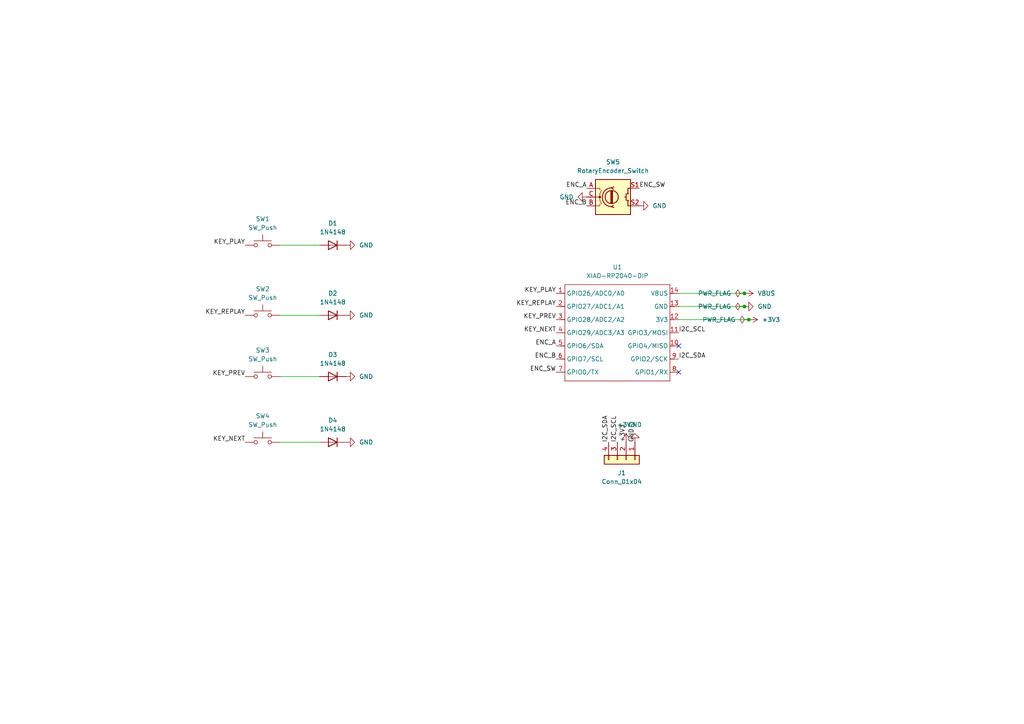
<source format=kicad_sch>
(kicad_sch
	(version 20250114)
	(generator "eeschema")
	(generator_version "9.0")
	(uuid "bd12180d-5fc7-47cb-a29d-7f022064cd66")
	(paper "A4")
	(lib_symbols
		(symbol "Connector_Generic:Conn_01x04"
			(pin_names
				(offset 1.016)
				(hide yes)
			)
			(exclude_from_sim no)
			(in_bom yes)
			(on_board yes)
			(property "Reference" "J"
				(at 0 5.08 0)
				(effects
					(font
						(size 1.27 1.27)
					)
				)
			)
			(property "Value" "Conn_01x04"
				(at 0 -7.62 0)
				(effects
					(font
						(size 1.27 1.27)
					)
				)
			)
			(property "Footprint" ""
				(at 0 0 0)
				(effects
					(font
						(size 1.27 1.27)
					)
					(hide yes)
				)
			)
			(property "Datasheet" "~"
				(at 0 0 0)
				(effects
					(font
						(size 1.27 1.27)
					)
					(hide yes)
				)
			)
			(property "Description" "Generic connector, single row, 01x04, script generated (kicad-library-utils/schlib/autogen/connector/)"
				(at 0 0 0)
				(effects
					(font
						(size 1.27 1.27)
					)
					(hide yes)
				)
			)
			(property "ki_keywords" "connector"
				(at 0 0 0)
				(effects
					(font
						(size 1.27 1.27)
					)
					(hide yes)
				)
			)
			(property "ki_fp_filters" "Connector*:*_1x??_*"
				(at 0 0 0)
				(effects
					(font
						(size 1.27 1.27)
					)
					(hide yes)
				)
			)
			(symbol "Conn_01x04_1_1"
				(rectangle
					(start -1.27 3.81)
					(end 1.27 -6.35)
					(stroke
						(width 0.254)
						(type default)
					)
					(fill
						(type background)
					)
				)
				(rectangle
					(start -1.27 2.667)
					(end 0 2.413)
					(stroke
						(width 0.1524)
						(type default)
					)
					(fill
						(type none)
					)
				)
				(rectangle
					(start -1.27 0.127)
					(end 0 -0.127)
					(stroke
						(width 0.1524)
						(type default)
					)
					(fill
						(type none)
					)
				)
				(rectangle
					(start -1.27 -2.413)
					(end 0 -2.667)
					(stroke
						(width 0.1524)
						(type default)
					)
					(fill
						(type none)
					)
				)
				(rectangle
					(start -1.27 -4.953)
					(end 0 -5.207)
					(stroke
						(width 0.1524)
						(type default)
					)
					(fill
						(type none)
					)
				)
				(pin passive line
					(at -5.08 2.54 0)
					(length 3.81)
					(name "Pin_1"
						(effects
							(font
								(size 1.27 1.27)
							)
						)
					)
					(number "1"
						(effects
							(font
								(size 1.27 1.27)
							)
						)
					)
				)
				(pin passive line
					(at -5.08 0 0)
					(length 3.81)
					(name "Pin_2"
						(effects
							(font
								(size 1.27 1.27)
							)
						)
					)
					(number "2"
						(effects
							(font
								(size 1.27 1.27)
							)
						)
					)
				)
				(pin passive line
					(at -5.08 -2.54 0)
					(length 3.81)
					(name "Pin_3"
						(effects
							(font
								(size 1.27 1.27)
							)
						)
					)
					(number "3"
						(effects
							(font
								(size 1.27 1.27)
							)
						)
					)
				)
				(pin passive line
					(at -5.08 -5.08 0)
					(length 3.81)
					(name "Pin_4"
						(effects
							(font
								(size 1.27 1.27)
							)
						)
					)
					(number "4"
						(effects
							(font
								(size 1.27 1.27)
							)
						)
					)
				)
			)
			(embedded_fonts no)
		)
		(symbol "Device:RotaryEncoder_Switch"
			(pin_names
				(offset 0.254)
				(hide yes)
			)
			(exclude_from_sim no)
			(in_bom yes)
			(on_board yes)
			(property "Reference" "SW"
				(at 0 6.604 0)
				(effects
					(font
						(size 1.27 1.27)
					)
				)
			)
			(property "Value" "RotaryEncoder_Switch"
				(at 0 -6.604 0)
				(effects
					(font
						(size 1.27 1.27)
					)
				)
			)
			(property "Footprint" ""
				(at -3.81 4.064 0)
				(effects
					(font
						(size 1.27 1.27)
					)
					(hide yes)
				)
			)
			(property "Datasheet" "~"
				(at 0 6.604 0)
				(effects
					(font
						(size 1.27 1.27)
					)
					(hide yes)
				)
			)
			(property "Description" "Rotary encoder, dual channel, incremental quadrate outputs, with switch"
				(at 0 0 0)
				(effects
					(font
						(size 1.27 1.27)
					)
					(hide yes)
				)
			)
			(property "ki_keywords" "rotary switch encoder switch push button"
				(at 0 0 0)
				(effects
					(font
						(size 1.27 1.27)
					)
					(hide yes)
				)
			)
			(property "ki_fp_filters" "RotaryEncoder*Switch*"
				(at 0 0 0)
				(effects
					(font
						(size 1.27 1.27)
					)
					(hide yes)
				)
			)
			(symbol "RotaryEncoder_Switch_0_1"
				(rectangle
					(start -5.08 5.08)
					(end 5.08 -5.08)
					(stroke
						(width 0.254)
						(type default)
					)
					(fill
						(type background)
					)
				)
				(polyline
					(pts
						(xy -5.08 2.54) (xy -3.81 2.54) (xy -3.81 2.032)
					)
					(stroke
						(width 0)
						(type default)
					)
					(fill
						(type none)
					)
				)
				(polyline
					(pts
						(xy -5.08 0) (xy -3.81 0) (xy -3.81 -1.016) (xy -3.302 -2.032)
					)
					(stroke
						(width 0)
						(type default)
					)
					(fill
						(type none)
					)
				)
				(polyline
					(pts
						(xy -5.08 -2.54) (xy -3.81 -2.54) (xy -3.81 -2.032)
					)
					(stroke
						(width 0)
						(type default)
					)
					(fill
						(type none)
					)
				)
				(polyline
					(pts
						(xy -4.318 0) (xy -3.81 0) (xy -3.81 1.016) (xy -3.302 2.032)
					)
					(stroke
						(width 0)
						(type default)
					)
					(fill
						(type none)
					)
				)
				(circle
					(center -3.81 0)
					(radius 0.254)
					(stroke
						(width 0)
						(type default)
					)
					(fill
						(type outline)
					)
				)
				(polyline
					(pts
						(xy -0.635 -1.778) (xy -0.635 1.778)
					)
					(stroke
						(width 0.254)
						(type default)
					)
					(fill
						(type none)
					)
				)
				(circle
					(center -0.381 0)
					(radius 1.905)
					(stroke
						(width 0.254)
						(type default)
					)
					(fill
						(type none)
					)
				)
				(polyline
					(pts
						(xy -0.381 -1.778) (xy -0.381 1.778)
					)
					(stroke
						(width 0.254)
						(type default)
					)
					(fill
						(type none)
					)
				)
				(arc
					(start -0.381 -2.794)
					(mid -3.0988 -0.0635)
					(end -0.381 2.667)
					(stroke
						(width 0.254)
						(type default)
					)
					(fill
						(type none)
					)
				)
				(polyline
					(pts
						(xy -0.127 1.778) (xy -0.127 -1.778)
					)
					(stroke
						(width 0.254)
						(type default)
					)
					(fill
						(type none)
					)
				)
				(polyline
					(pts
						(xy 0.254 2.921) (xy -0.508 2.667) (xy 0.127 2.286)
					)
					(stroke
						(width 0.254)
						(type default)
					)
					(fill
						(type none)
					)
				)
				(polyline
					(pts
						(xy 0.254 -3.048) (xy -0.508 -2.794) (xy 0.127 -2.413)
					)
					(stroke
						(width 0.254)
						(type default)
					)
					(fill
						(type none)
					)
				)
				(polyline
					(pts
						(xy 3.81 1.016) (xy 3.81 -1.016)
					)
					(stroke
						(width 0.254)
						(type default)
					)
					(fill
						(type none)
					)
				)
				(polyline
					(pts
						(xy 3.81 0) (xy 3.429 0)
					)
					(stroke
						(width 0.254)
						(type default)
					)
					(fill
						(type none)
					)
				)
				(circle
					(center 4.318 1.016)
					(radius 0.127)
					(stroke
						(width 0.254)
						(type default)
					)
					(fill
						(type none)
					)
				)
				(circle
					(center 4.318 -1.016)
					(radius 0.127)
					(stroke
						(width 0.254)
						(type default)
					)
					(fill
						(type none)
					)
				)
				(polyline
					(pts
						(xy 5.08 2.54) (xy 4.318 2.54) (xy 4.318 1.016)
					)
					(stroke
						(width 0.254)
						(type default)
					)
					(fill
						(type none)
					)
				)
				(polyline
					(pts
						(xy 5.08 -2.54) (xy 4.318 -2.54) (xy 4.318 -1.016)
					)
					(stroke
						(width 0.254)
						(type default)
					)
					(fill
						(type none)
					)
				)
			)
			(symbol "RotaryEncoder_Switch_1_1"
				(pin passive line
					(at -7.62 2.54 0)
					(length 2.54)
					(name "A"
						(effects
							(font
								(size 1.27 1.27)
							)
						)
					)
					(number "A"
						(effects
							(font
								(size 1.27 1.27)
							)
						)
					)
				)
				(pin passive line
					(at -7.62 0 0)
					(length 2.54)
					(name "C"
						(effects
							(font
								(size 1.27 1.27)
							)
						)
					)
					(number "C"
						(effects
							(font
								(size 1.27 1.27)
							)
						)
					)
				)
				(pin passive line
					(at -7.62 -2.54 0)
					(length 2.54)
					(name "B"
						(effects
							(font
								(size 1.27 1.27)
							)
						)
					)
					(number "B"
						(effects
							(font
								(size 1.27 1.27)
							)
						)
					)
				)
				(pin passive line
					(at 7.62 2.54 180)
					(length 2.54)
					(name "S1"
						(effects
							(font
								(size 1.27 1.27)
							)
						)
					)
					(number "S1"
						(effects
							(font
								(size 1.27 1.27)
							)
						)
					)
				)
				(pin passive line
					(at 7.62 -2.54 180)
					(length 2.54)
					(name "S2"
						(effects
							(font
								(size 1.27 1.27)
							)
						)
					)
					(number "S2"
						(effects
							(font
								(size 1.27 1.27)
							)
						)
					)
				)
			)
			(embedded_fonts no)
		)
		(symbol "Diode:1N4148"
			(pin_numbers
				(hide yes)
			)
			(pin_names
				(hide yes)
			)
			(exclude_from_sim no)
			(in_bom yes)
			(on_board yes)
			(property "Reference" "D"
				(at 0 2.54 0)
				(effects
					(font
						(size 1.27 1.27)
					)
				)
			)
			(property "Value" "1N4148"
				(at 0 -2.54 0)
				(effects
					(font
						(size 1.27 1.27)
					)
				)
			)
			(property "Footprint" "Diode_THT:D_DO-35_SOD27_P7.62mm_Horizontal"
				(at 0 0 0)
				(effects
					(font
						(size 1.27 1.27)
					)
					(hide yes)
				)
			)
			(property "Datasheet" "https://assets.nexperia.com/documents/data-sheet/1N4148_1N4448.pdf"
				(at 0 0 0)
				(effects
					(font
						(size 1.27 1.27)
					)
					(hide yes)
				)
			)
			(property "Description" "100V 0.15A standard switching diode, DO-35"
				(at 0 0 0)
				(effects
					(font
						(size 1.27 1.27)
					)
					(hide yes)
				)
			)
			(property "Sim.Device" "D"
				(at 0 0 0)
				(effects
					(font
						(size 1.27 1.27)
					)
					(hide yes)
				)
			)
			(property "Sim.Pins" "1=K 2=A"
				(at 0 0 0)
				(effects
					(font
						(size 1.27 1.27)
					)
					(hide yes)
				)
			)
			(property "ki_keywords" "diode"
				(at 0 0 0)
				(effects
					(font
						(size 1.27 1.27)
					)
					(hide yes)
				)
			)
			(property "ki_fp_filters" "D*DO?35*"
				(at 0 0 0)
				(effects
					(font
						(size 1.27 1.27)
					)
					(hide yes)
				)
			)
			(symbol "1N4148_0_1"
				(polyline
					(pts
						(xy -1.27 1.27) (xy -1.27 -1.27)
					)
					(stroke
						(width 0.254)
						(type default)
					)
					(fill
						(type none)
					)
				)
				(polyline
					(pts
						(xy 1.27 1.27) (xy 1.27 -1.27) (xy -1.27 0) (xy 1.27 1.27)
					)
					(stroke
						(width 0.254)
						(type default)
					)
					(fill
						(type none)
					)
				)
				(polyline
					(pts
						(xy 1.27 0) (xy -1.27 0)
					)
					(stroke
						(width 0)
						(type default)
					)
					(fill
						(type none)
					)
				)
			)
			(symbol "1N4148_1_1"
				(pin passive line
					(at -3.81 0 0)
					(length 2.54)
					(name "K"
						(effects
							(font
								(size 1.27 1.27)
							)
						)
					)
					(number "1"
						(effects
							(font
								(size 1.27 1.27)
							)
						)
					)
				)
				(pin passive line
					(at 3.81 0 180)
					(length 2.54)
					(name "A"
						(effects
							(font
								(size 1.27 1.27)
							)
						)
					)
					(number "2"
						(effects
							(font
								(size 1.27 1.27)
							)
						)
					)
				)
			)
			(embedded_fonts no)
		)
		(symbol "Seeed_Studio_XIAO_Series:XIAO-RP2040-DIP"
			(exclude_from_sim no)
			(in_bom yes)
			(on_board yes)
			(property "Reference" "U"
				(at 0 0 0)
				(effects
					(font
						(size 1.27 1.27)
					)
				)
			)
			(property "Value" "XIAO-RP2040-DIP"
				(at 5.334 -1.778 0)
				(effects
					(font
						(size 1.27 1.27)
					)
				)
			)
			(property "Footprint" "Module:MOUDLE14P-XIAO-DIP-SMD"
				(at 14.478 -32.258 0)
				(effects
					(font
						(size 1.27 1.27)
					)
					(hide yes)
				)
			)
			(property "Datasheet" ""
				(at 0 0 0)
				(effects
					(font
						(size 1.27 1.27)
					)
					(hide yes)
				)
			)
			(property "Description" ""
				(at 0 0 0)
				(effects
					(font
						(size 1.27 1.27)
					)
					(hide yes)
				)
			)
			(symbol "XIAO-RP2040-DIP_1_0"
				(polyline
					(pts
						(xy -1.27 -2.54) (xy 29.21 -2.54)
					)
					(stroke
						(width 0.1524)
						(type solid)
					)
					(fill
						(type none)
					)
				)
				(polyline
					(pts
						(xy -1.27 -5.08) (xy -2.54 -5.08)
					)
					(stroke
						(width 0.1524)
						(type solid)
					)
					(fill
						(type none)
					)
				)
				(polyline
					(pts
						(xy -1.27 -5.08) (xy -1.27 -2.54)
					)
					(stroke
						(width 0.1524)
						(type solid)
					)
					(fill
						(type none)
					)
				)
				(polyline
					(pts
						(xy -1.27 -8.89) (xy -2.54 -8.89)
					)
					(stroke
						(width 0.1524)
						(type solid)
					)
					(fill
						(type none)
					)
				)
				(polyline
					(pts
						(xy -1.27 -8.89) (xy -1.27 -5.08)
					)
					(stroke
						(width 0.1524)
						(type solid)
					)
					(fill
						(type none)
					)
				)
				(polyline
					(pts
						(xy -1.27 -12.7) (xy -2.54 -12.7)
					)
					(stroke
						(width 0.1524)
						(type solid)
					)
					(fill
						(type none)
					)
				)
				(polyline
					(pts
						(xy -1.27 -12.7) (xy -1.27 -8.89)
					)
					(stroke
						(width 0.1524)
						(type solid)
					)
					(fill
						(type none)
					)
				)
				(polyline
					(pts
						(xy -1.27 -16.51) (xy -2.54 -16.51)
					)
					(stroke
						(width 0.1524)
						(type solid)
					)
					(fill
						(type none)
					)
				)
				(polyline
					(pts
						(xy -1.27 -16.51) (xy -1.27 -12.7)
					)
					(stroke
						(width 0.1524)
						(type solid)
					)
					(fill
						(type none)
					)
				)
				(polyline
					(pts
						(xy -1.27 -20.32) (xy -2.54 -20.32)
					)
					(stroke
						(width 0.1524)
						(type solid)
					)
					(fill
						(type none)
					)
				)
				(polyline
					(pts
						(xy -1.27 -24.13) (xy -2.54 -24.13)
					)
					(stroke
						(width 0.1524)
						(type solid)
					)
					(fill
						(type none)
					)
				)
				(polyline
					(pts
						(xy -1.27 -27.94) (xy -2.54 -27.94)
					)
					(stroke
						(width 0.1524)
						(type solid)
					)
					(fill
						(type none)
					)
				)
				(polyline
					(pts
						(xy -1.27 -30.48) (xy -1.27 -16.51)
					)
					(stroke
						(width 0.1524)
						(type solid)
					)
					(fill
						(type none)
					)
				)
				(polyline
					(pts
						(xy 29.21 -2.54) (xy 29.21 -5.08)
					)
					(stroke
						(width 0.1524)
						(type solid)
					)
					(fill
						(type none)
					)
				)
				(polyline
					(pts
						(xy 29.21 -5.08) (xy 29.21 -8.89)
					)
					(stroke
						(width 0.1524)
						(type solid)
					)
					(fill
						(type none)
					)
				)
				(polyline
					(pts
						(xy 29.21 -8.89) (xy 29.21 -12.7)
					)
					(stroke
						(width 0.1524)
						(type solid)
					)
					(fill
						(type none)
					)
				)
				(polyline
					(pts
						(xy 29.21 -12.7) (xy 29.21 -30.48)
					)
					(stroke
						(width 0.1524)
						(type solid)
					)
					(fill
						(type none)
					)
				)
				(polyline
					(pts
						(xy 29.21 -30.48) (xy -1.27 -30.48)
					)
					(stroke
						(width 0.1524)
						(type solid)
					)
					(fill
						(type none)
					)
				)
				(polyline
					(pts
						(xy 30.48 -5.08) (xy 29.21 -5.08)
					)
					(stroke
						(width 0.1524)
						(type solid)
					)
					(fill
						(type none)
					)
				)
				(polyline
					(pts
						(xy 30.48 -8.89) (xy 29.21 -8.89)
					)
					(stroke
						(width 0.1524)
						(type solid)
					)
					(fill
						(type none)
					)
				)
				(polyline
					(pts
						(xy 30.48 -12.7) (xy 29.21 -12.7)
					)
					(stroke
						(width 0.1524)
						(type solid)
					)
					(fill
						(type none)
					)
				)
				(polyline
					(pts
						(xy 30.48 -16.51) (xy 29.21 -16.51)
					)
					(stroke
						(width 0.1524)
						(type solid)
					)
					(fill
						(type none)
					)
				)
				(polyline
					(pts
						(xy 30.48 -20.32) (xy 29.21 -20.32)
					)
					(stroke
						(width 0.1524)
						(type solid)
					)
					(fill
						(type none)
					)
				)
				(polyline
					(pts
						(xy 30.48 -24.13) (xy 29.21 -24.13)
					)
					(stroke
						(width 0.1524)
						(type solid)
					)
					(fill
						(type none)
					)
				)
				(polyline
					(pts
						(xy 30.48 -27.94) (xy 29.21 -27.94)
					)
					(stroke
						(width 0.1524)
						(type solid)
					)
					(fill
						(type none)
					)
				)
				(pin passive line
					(at -3.81 -5.08 0)
					(length 2.54)
					(name "GPIO26/ADC0/A0"
						(effects
							(font
								(size 1.27 1.27)
							)
						)
					)
					(number "1"
						(effects
							(font
								(size 1.27 1.27)
							)
						)
					)
				)
				(pin passive line
					(at -3.81 -8.89 0)
					(length 2.54)
					(name "GPIO27/ADC1/A1"
						(effects
							(font
								(size 1.27 1.27)
							)
						)
					)
					(number "2"
						(effects
							(font
								(size 1.27 1.27)
							)
						)
					)
				)
				(pin passive line
					(at -3.81 -12.7 0)
					(length 2.54)
					(name "GPIO28/ADC2/A2"
						(effects
							(font
								(size 1.27 1.27)
							)
						)
					)
					(number "3"
						(effects
							(font
								(size 1.27 1.27)
							)
						)
					)
				)
				(pin passive line
					(at -3.81 -16.51 0)
					(length 2.54)
					(name "GPIO29/ADC3/A3"
						(effects
							(font
								(size 1.27 1.27)
							)
						)
					)
					(number "4"
						(effects
							(font
								(size 1.27 1.27)
							)
						)
					)
				)
				(pin passive line
					(at -3.81 -20.32 0)
					(length 2.54)
					(name "GPIO6/SDA"
						(effects
							(font
								(size 1.27 1.27)
							)
						)
					)
					(number "5"
						(effects
							(font
								(size 1.27 1.27)
							)
						)
					)
				)
				(pin passive line
					(at -3.81 -24.13 0)
					(length 2.54)
					(name "GPIO7/SCL"
						(effects
							(font
								(size 1.27 1.27)
							)
						)
					)
					(number "6"
						(effects
							(font
								(size 1.27 1.27)
							)
						)
					)
				)
				(pin passive line
					(at -3.81 -27.94 0)
					(length 2.54)
					(name "GPIO0/TX"
						(effects
							(font
								(size 1.27 1.27)
							)
						)
					)
					(number "7"
						(effects
							(font
								(size 1.27 1.27)
							)
						)
					)
				)
				(pin passive line
					(at 31.75 -5.08 180)
					(length 2.54)
					(name "VBUS"
						(effects
							(font
								(size 1.27 1.27)
							)
						)
					)
					(number "14"
						(effects
							(font
								(size 1.27 1.27)
							)
						)
					)
				)
				(pin passive line
					(at 31.75 -8.89 180)
					(length 2.54)
					(name "GND"
						(effects
							(font
								(size 1.27 1.27)
							)
						)
					)
					(number "13"
						(effects
							(font
								(size 1.27 1.27)
							)
						)
					)
				)
				(pin passive line
					(at 31.75 -12.7 180)
					(length 2.54)
					(name "3V3"
						(effects
							(font
								(size 1.27 1.27)
							)
						)
					)
					(number "12"
						(effects
							(font
								(size 1.27 1.27)
							)
						)
					)
				)
				(pin passive line
					(at 31.75 -16.51 180)
					(length 2.54)
					(name "GPIO3/MOSI"
						(effects
							(font
								(size 1.27 1.27)
							)
						)
					)
					(number "11"
						(effects
							(font
								(size 1.27 1.27)
							)
						)
					)
				)
				(pin passive line
					(at 31.75 -20.32 180)
					(length 2.54)
					(name "GPIO4/MISO"
						(effects
							(font
								(size 1.27 1.27)
							)
						)
					)
					(number "10"
						(effects
							(font
								(size 1.27 1.27)
							)
						)
					)
				)
				(pin passive line
					(at 31.75 -24.13 180)
					(length 2.54)
					(name "GPIO2/SCK"
						(effects
							(font
								(size 1.27 1.27)
							)
						)
					)
					(number "9"
						(effects
							(font
								(size 1.27 1.27)
							)
						)
					)
				)
				(pin passive line
					(at 31.75 -27.94 180)
					(length 2.54)
					(name "GPIO1/RX"
						(effects
							(font
								(size 1.27 1.27)
							)
						)
					)
					(number "8"
						(effects
							(font
								(size 1.27 1.27)
							)
						)
					)
				)
			)
			(embedded_fonts no)
		)
		(symbol "Switch:SW_Push"
			(pin_numbers
				(hide yes)
			)
			(pin_names
				(offset 1.016)
				(hide yes)
			)
			(exclude_from_sim no)
			(in_bom yes)
			(on_board yes)
			(property "Reference" "SW"
				(at 1.27 2.54 0)
				(effects
					(font
						(size 1.27 1.27)
					)
					(justify left)
				)
			)
			(property "Value" "SW_Push"
				(at 0 -1.524 0)
				(effects
					(font
						(size 1.27 1.27)
					)
				)
			)
			(property "Footprint" ""
				(at 0 5.08 0)
				(effects
					(font
						(size 1.27 1.27)
					)
					(hide yes)
				)
			)
			(property "Datasheet" "~"
				(at 0 5.08 0)
				(effects
					(font
						(size 1.27 1.27)
					)
					(hide yes)
				)
			)
			(property "Description" "Push button switch, generic, two pins"
				(at 0 0 0)
				(effects
					(font
						(size 1.27 1.27)
					)
					(hide yes)
				)
			)
			(property "ki_keywords" "switch normally-open pushbutton push-button"
				(at 0 0 0)
				(effects
					(font
						(size 1.27 1.27)
					)
					(hide yes)
				)
			)
			(symbol "SW_Push_0_1"
				(circle
					(center -2.032 0)
					(radius 0.508)
					(stroke
						(width 0)
						(type default)
					)
					(fill
						(type none)
					)
				)
				(polyline
					(pts
						(xy 0 1.27) (xy 0 3.048)
					)
					(stroke
						(width 0)
						(type default)
					)
					(fill
						(type none)
					)
				)
				(circle
					(center 2.032 0)
					(radius 0.508)
					(stroke
						(width 0)
						(type default)
					)
					(fill
						(type none)
					)
				)
				(polyline
					(pts
						(xy 2.54 1.27) (xy -2.54 1.27)
					)
					(stroke
						(width 0)
						(type default)
					)
					(fill
						(type none)
					)
				)
				(pin passive line
					(at -5.08 0 0)
					(length 2.54)
					(name "1"
						(effects
							(font
								(size 1.27 1.27)
							)
						)
					)
					(number "1"
						(effects
							(font
								(size 1.27 1.27)
							)
						)
					)
				)
				(pin passive line
					(at 5.08 0 180)
					(length 2.54)
					(name "2"
						(effects
							(font
								(size 1.27 1.27)
							)
						)
					)
					(number "2"
						(effects
							(font
								(size 1.27 1.27)
							)
						)
					)
				)
			)
			(embedded_fonts no)
		)
		(symbol "power:+3V3"
			(power)
			(pin_numbers
				(hide yes)
			)
			(pin_names
				(offset 0)
				(hide yes)
			)
			(exclude_from_sim no)
			(in_bom yes)
			(on_board yes)
			(property "Reference" "#PWR"
				(at 0 -3.81 0)
				(effects
					(font
						(size 1.27 1.27)
					)
					(hide yes)
				)
			)
			(property "Value" "+3V3"
				(at 0 3.556 0)
				(effects
					(font
						(size 1.27 1.27)
					)
				)
			)
			(property "Footprint" ""
				(at 0 0 0)
				(effects
					(font
						(size 1.27 1.27)
					)
					(hide yes)
				)
			)
			(property "Datasheet" ""
				(at 0 0 0)
				(effects
					(font
						(size 1.27 1.27)
					)
					(hide yes)
				)
			)
			(property "Description" "Power symbol creates a global label with name \"+3V3\""
				(at 0 0 0)
				(effects
					(font
						(size 1.27 1.27)
					)
					(hide yes)
				)
			)
			(property "ki_keywords" "global power"
				(at 0 0 0)
				(effects
					(font
						(size 1.27 1.27)
					)
					(hide yes)
				)
			)
			(symbol "+3V3_0_1"
				(polyline
					(pts
						(xy -0.762 1.27) (xy 0 2.54)
					)
					(stroke
						(width 0)
						(type default)
					)
					(fill
						(type none)
					)
				)
				(polyline
					(pts
						(xy 0 2.54) (xy 0.762 1.27)
					)
					(stroke
						(width 0)
						(type default)
					)
					(fill
						(type none)
					)
				)
				(polyline
					(pts
						(xy 0 0) (xy 0 2.54)
					)
					(stroke
						(width 0)
						(type default)
					)
					(fill
						(type none)
					)
				)
			)
			(symbol "+3V3_1_1"
				(pin power_in line
					(at 0 0 90)
					(length 0)
					(name "~"
						(effects
							(font
								(size 1.27 1.27)
							)
						)
					)
					(number "1"
						(effects
							(font
								(size 1.27 1.27)
							)
						)
					)
				)
			)
			(embedded_fonts no)
		)
		(symbol "power:GND"
			(power)
			(pin_numbers
				(hide yes)
			)
			(pin_names
				(offset 0)
				(hide yes)
			)
			(exclude_from_sim no)
			(in_bom yes)
			(on_board yes)
			(property "Reference" "#PWR"
				(at 0 -6.35 0)
				(effects
					(font
						(size 1.27 1.27)
					)
					(hide yes)
				)
			)
			(property "Value" "GND"
				(at 0 -3.81 0)
				(effects
					(font
						(size 1.27 1.27)
					)
				)
			)
			(property "Footprint" ""
				(at 0 0 0)
				(effects
					(font
						(size 1.27 1.27)
					)
					(hide yes)
				)
			)
			(property "Datasheet" ""
				(at 0 0 0)
				(effects
					(font
						(size 1.27 1.27)
					)
					(hide yes)
				)
			)
			(property "Description" "Power symbol creates a global label with name \"GND\" , ground"
				(at 0 0 0)
				(effects
					(font
						(size 1.27 1.27)
					)
					(hide yes)
				)
			)
			(property "ki_keywords" "global power"
				(at 0 0 0)
				(effects
					(font
						(size 1.27 1.27)
					)
					(hide yes)
				)
			)
			(symbol "GND_0_1"
				(polyline
					(pts
						(xy 0 0) (xy 0 -1.27) (xy 1.27 -1.27) (xy 0 -2.54) (xy -1.27 -1.27) (xy 0 -1.27)
					)
					(stroke
						(width 0)
						(type default)
					)
					(fill
						(type none)
					)
				)
			)
			(symbol "GND_1_1"
				(pin power_in line
					(at 0 0 270)
					(length 0)
					(name "~"
						(effects
							(font
								(size 1.27 1.27)
							)
						)
					)
					(number "1"
						(effects
							(font
								(size 1.27 1.27)
							)
						)
					)
				)
			)
			(embedded_fonts no)
		)
		(symbol "power:PWR_FLAG"
			(power)
			(pin_numbers
				(hide yes)
			)
			(pin_names
				(offset 0)
				(hide yes)
			)
			(exclude_from_sim no)
			(in_bom yes)
			(on_board yes)
			(property "Reference" "#FLG"
				(at 0 1.905 0)
				(effects
					(font
						(size 1.27 1.27)
					)
					(hide yes)
				)
			)
			(property "Value" "PWR_FLAG"
				(at 0 3.81 0)
				(effects
					(font
						(size 1.27 1.27)
					)
				)
			)
			(property "Footprint" ""
				(at 0 0 0)
				(effects
					(font
						(size 1.27 1.27)
					)
					(hide yes)
				)
			)
			(property "Datasheet" "~"
				(at 0 0 0)
				(effects
					(font
						(size 1.27 1.27)
					)
					(hide yes)
				)
			)
			(property "Description" "Special symbol for telling ERC where power comes from"
				(at 0 0 0)
				(effects
					(font
						(size 1.27 1.27)
					)
					(hide yes)
				)
			)
			(property "ki_keywords" "flag power"
				(at 0 0 0)
				(effects
					(font
						(size 1.27 1.27)
					)
					(hide yes)
				)
			)
			(symbol "PWR_FLAG_0_0"
				(pin power_out line
					(at 0 0 90)
					(length 0)
					(name "~"
						(effects
							(font
								(size 1.27 1.27)
							)
						)
					)
					(number "1"
						(effects
							(font
								(size 1.27 1.27)
							)
						)
					)
				)
			)
			(symbol "PWR_FLAG_0_1"
				(polyline
					(pts
						(xy 0 0) (xy 0 1.27) (xy -1.016 1.905) (xy 0 2.54) (xy 1.016 1.905) (xy 0 1.27)
					)
					(stroke
						(width 0)
						(type default)
					)
					(fill
						(type none)
					)
				)
			)
			(embedded_fonts no)
		)
		(symbol "power:VBUS"
			(power)
			(pin_numbers
				(hide yes)
			)
			(pin_names
				(offset 0)
				(hide yes)
			)
			(exclude_from_sim no)
			(in_bom yes)
			(on_board yes)
			(property "Reference" "#PWR"
				(at 0 -3.81 0)
				(effects
					(font
						(size 1.27 1.27)
					)
					(hide yes)
				)
			)
			(property "Value" "VBUS"
				(at 0 3.556 0)
				(effects
					(font
						(size 1.27 1.27)
					)
				)
			)
			(property "Footprint" ""
				(at 0 0 0)
				(effects
					(font
						(size 1.27 1.27)
					)
					(hide yes)
				)
			)
			(property "Datasheet" ""
				(at 0 0 0)
				(effects
					(font
						(size 1.27 1.27)
					)
					(hide yes)
				)
			)
			(property "Description" "Power symbol creates a global label with name \"VBUS\""
				(at 0 0 0)
				(effects
					(font
						(size 1.27 1.27)
					)
					(hide yes)
				)
			)
			(property "ki_keywords" "global power"
				(at 0 0 0)
				(effects
					(font
						(size 1.27 1.27)
					)
					(hide yes)
				)
			)
			(symbol "VBUS_0_1"
				(polyline
					(pts
						(xy -0.762 1.27) (xy 0 2.54)
					)
					(stroke
						(width 0)
						(type default)
					)
					(fill
						(type none)
					)
				)
				(polyline
					(pts
						(xy 0 2.54) (xy 0.762 1.27)
					)
					(stroke
						(width 0)
						(type default)
					)
					(fill
						(type none)
					)
				)
				(polyline
					(pts
						(xy 0 0) (xy 0 2.54)
					)
					(stroke
						(width 0)
						(type default)
					)
					(fill
						(type none)
					)
				)
			)
			(symbol "VBUS_1_1"
				(pin power_in line
					(at 0 0 90)
					(length 0)
					(name "~"
						(effects
							(font
								(size 1.27 1.27)
							)
						)
					)
					(number "1"
						(effects
							(font
								(size 1.27 1.27)
							)
						)
					)
				)
			)
			(embedded_fonts no)
		)
	)
	(junction
		(at 215.9 88.9)
		(diameter 0)
		(color 0 0 0 0)
		(uuid "520db72f-eb3f-4be4-8460-abf1d48d4b9a")
	)
	(junction
		(at 217.17 92.71)
		(diameter 0)
		(color 0 0 0 0)
		(uuid "7c0c04b7-39d4-4a15-b6bf-95fe1261a937")
	)
	(junction
		(at 215.9 85.09)
		(diameter 0)
		(color 0 0 0 0)
		(uuid "7ff352f9-502e-4e5a-ac68-775350392eb6")
	)
	(no_connect
		(at 196.85 100.33)
		(uuid "511d1491-a895-4521-a328-98996ba580b0")
	)
	(no_connect
		(at 196.85 107.95)
		(uuid "51358636-a594-4ac2-b672-a8d1df17e0e0")
	)
	(wire
		(pts
			(xy 81.28 71.12) (xy 92.71 71.12)
		)
		(stroke
			(width 0)
			(type default)
		)
		(uuid "3d65166b-00c4-4378-943d-0cdefdccbf47")
	)
	(wire
		(pts
			(xy 196.85 88.9) (xy 215.9 88.9)
		)
		(stroke
			(width 0)
			(type default)
		)
		(uuid "4317eadc-8c43-4320-9e7f-6e3db6714262")
	)
	(wire
		(pts
			(xy 196.85 85.09) (xy 215.9 85.09)
		)
		(stroke
			(width 0)
			(type default)
		)
		(uuid "43f55f5d-7a0a-466c-be68-e0069d838adf")
	)
	(wire
		(pts
			(xy 81.28 109.22) (xy 92.71 109.22)
		)
		(stroke
			(width 0)
			(type default)
		)
		(uuid "4997aecd-870e-4152-a485-d6c22ee55daf")
	)
	(wire
		(pts
			(xy 81.28 91.44) (xy 92.71 91.44)
		)
		(stroke
			(width 0)
			(type default)
		)
		(uuid "b202fa08-404d-4b41-8f60-12a659987e21")
	)
	(wire
		(pts
			(xy 81.28 128.27) (xy 92.71 128.27)
		)
		(stroke
			(width 0)
			(type default)
		)
		(uuid "ecf1f388-4ae4-4381-bc0a-0a66a91e259c")
	)
	(wire
		(pts
			(xy 196.85 92.71) (xy 217.17 92.71)
		)
		(stroke
			(width 0)
			(type default)
		)
		(uuid "f7fafa15-2438-4e92-9b97-85b19bfca24a")
	)
	(label "I2C_SCL"
		(at 196.85 96.52 0)
		(effects
			(font
				(size 1.27 1.27)
			)
			(justify left bottom)
		)
		(uuid "06ba81f8-943c-4809-9bd5-d2431da1d24e")
	)
	(label "KEY_NEXT"
		(at 71.12 128.27 180)
		(effects
			(font
				(size 1.27 1.27)
			)
			(justify right bottom)
		)
		(uuid "0b362849-7103-4ec6-827a-440dfd8cc997")
	)
	(label "GND"
		(at 184.15 128.27 90)
		(effects
			(font
				(size 1.27 1.27)
			)
			(justify left bottom)
		)
		(uuid "0e778428-1005-4dca-aa18-bae6aa953903")
	)
	(label "ENC_SW"
		(at 161.29 107.95 180)
		(effects
			(font
				(size 1.27 1.27)
			)
			(justify right bottom)
		)
		(uuid "14284116-7a62-44f5-b9c6-fe27f01565e0")
	)
	(label "ENC_SW"
		(at 185.42 54.61 0)
		(effects
			(font
				(size 1.27 1.27)
			)
			(justify left bottom)
		)
		(uuid "1ab55e48-b8ed-4e77-9d3e-b44b9b1b6b0c")
	)
	(label "KEY_REPLAY"
		(at 161.29 88.9 180)
		(effects
			(font
				(size 1.27 1.27)
			)
			(justify right bottom)
		)
		(uuid "22724f25-0c8a-42fc-b749-6c81a659914b")
	)
	(label "KEY_PLAY"
		(at 161.29 85.09 180)
		(effects
			(font
				(size 1.27 1.27)
			)
			(justify right bottom)
		)
		(uuid "22e1510b-c685-44b4-b29f-5b5d1a5180fd")
	)
	(label "KEY_PLAY"
		(at 71.12 71.12 180)
		(effects
			(font
				(size 1.27 1.27)
			)
			(justify right bottom)
		)
		(uuid "23d611fc-e440-4c0a-a4e4-1fa8c7421aa1")
	)
	(label "ENC_B"
		(at 161.29 104.14 180)
		(effects
			(font
				(size 1.27 1.27)
			)
			(justify right bottom)
		)
		(uuid "255c0753-7e09-4554-a257-28034f56b4ad")
	)
	(label "ENC_A"
		(at 170.18 54.61 180)
		(effects
			(font
				(size 1.27 1.27)
			)
			(justify right bottom)
		)
		(uuid "27afabe1-8aa8-48f3-af22-991d7cbf6b63")
	)
	(label "ENC_A"
		(at 161.29 100.33 180)
		(effects
			(font
				(size 1.27 1.27)
			)
			(justify right bottom)
		)
		(uuid "2f661776-3784-4cfa-a4a9-1a6334a96b74")
	)
	(label "I2C_SCL"
		(at 179.07 128.27 90)
		(effects
			(font
				(size 1.27 1.27)
			)
			(justify left bottom)
		)
		(uuid "4e4dacb1-d85b-49a5-9457-85522d7c0a87")
	)
	(label "+3V3"
		(at 181.61 128.27 90)
		(effects
			(font
				(size 1.27 1.27)
			)
			(justify left bottom)
		)
		(uuid "5504dc6a-179f-4784-880c-801f99064b8d")
	)
	(label "KEY_PREV"
		(at 71.12 109.22 180)
		(effects
			(font
				(size 1.27 1.27)
			)
			(justify right bottom)
		)
		(uuid "619ab9db-25bc-401a-84a5-84a42c9499ff")
	)
	(label "KEY_REPLAY"
		(at 71.12 91.44 180)
		(effects
			(font
				(size 1.27 1.27)
			)
			(justify right bottom)
		)
		(uuid "73e05db9-bdec-48fe-88da-d95bd2e74782")
	)
	(label "ENC_B"
		(at 170.18 59.69 180)
		(effects
			(font
				(size 1.27 1.27)
			)
			(justify right bottom)
		)
		(uuid "a1803800-ce4c-436c-99ab-039b9526107d")
	)
	(label "I2C_SDA"
		(at 176.53 128.27 90)
		(effects
			(font
				(size 1.27 1.27)
			)
			(justify left bottom)
		)
		(uuid "aef71e21-450b-4784-96f8-1663ebdc1899")
	)
	(label "KEY_NEXT"
		(at 161.29 96.52 180)
		(effects
			(font
				(size 1.27 1.27)
			)
			(justify right bottom)
		)
		(uuid "d3790f65-2a17-400e-9996-66582bc3f308")
	)
	(label "I2C_SDA"
		(at 196.85 104.14 0)
		(effects
			(font
				(size 1.27 1.27)
			)
			(justify left bottom)
		)
		(uuid "ddbac06e-561b-4982-ad9b-ea9997f5055c")
	)
	(label "KEY_PREV"
		(at 161.29 92.71 180)
		(effects
			(font
				(size 1.27 1.27)
			)
			(justify right bottom)
		)
		(uuid "fd2e9d46-d08a-4ebc-b2a0-9dbad52fea74")
	)
	(symbol
		(lib_id "Diode:1N4148")
		(at 96.52 109.22 180)
		(unit 1)
		(exclude_from_sim no)
		(in_bom yes)
		(on_board yes)
		(dnp no)
		(fields_autoplaced yes)
		(uuid "0bb176d3-0bd8-4256-ae97-8888b3a453a8")
		(property "Reference" "D3"
			(at 96.52 102.87 0)
			(effects
				(font
					(size 1.27 1.27)
				)
			)
		)
		(property "Value" "1N4148"
			(at 96.52 105.41 0)
			(effects
				(font
					(size 1.27 1.27)
				)
			)
		)
		(property "Footprint" "Diode_THT:D_DO-35_SOD27_P7.62mm_Horizontal"
			(at 96.52 109.22 0)
			(effects
				(font
					(size 1.27 1.27)
				)
				(hide yes)
			)
		)
		(property "Datasheet" "https://assets.nexperia.com/documents/data-sheet/1N4148_1N4448.pdf"
			(at 96.52 109.22 0)
			(effects
				(font
					(size 1.27 1.27)
				)
				(hide yes)
			)
		)
		(property "Description" "100V 0.15A standard switching diode, DO-35"
			(at 96.52 109.22 0)
			(effects
				(font
					(size 1.27 1.27)
				)
				(hide yes)
			)
		)
		(property "Sim.Device" "D"
			(at 96.52 109.22 0)
			(effects
				(font
					(size 1.27 1.27)
				)
				(hide yes)
			)
		)
		(property "Sim.Pins" "1=K 2=A"
			(at 96.52 109.22 0)
			(effects
				(font
					(size 1.27 1.27)
				)
				(hide yes)
			)
		)
		(pin "2"
			(uuid "fec8e720-6a93-45a4-bbe6-43cc25c2653e")
		)
		(pin "1"
			(uuid "9d1eb429-88b7-4248-a360-fd547cabedec")
		)
		(instances
			(project "SpotifyKeyPad"
				(path "/bd12180d-5fc7-47cb-a29d-7f022064cd66"
					(reference "D3")
					(unit 1)
				)
			)
		)
	)
	(symbol
		(lib_id "Diode:1N4148")
		(at 96.52 128.27 180)
		(unit 1)
		(exclude_from_sim no)
		(in_bom yes)
		(on_board yes)
		(dnp no)
		(fields_autoplaced yes)
		(uuid "1fea7a3e-2d2f-4342-9311-4c43c4e608a6")
		(property "Reference" "D4"
			(at 96.52 121.92 0)
			(effects
				(font
					(size 1.27 1.27)
				)
			)
		)
		(property "Value" "1N4148"
			(at 96.52 124.46 0)
			(effects
				(font
					(size 1.27 1.27)
				)
			)
		)
		(property "Footprint" "Diode_THT:D_DO-35_SOD27_P7.62mm_Horizontal"
			(at 96.52 128.27 0)
			(effects
				(font
					(size 1.27 1.27)
				)
				(hide yes)
			)
		)
		(property "Datasheet" "https://assets.nexperia.com/documents/data-sheet/1N4148_1N4448.pdf"
			(at 96.52 128.27 0)
			(effects
				(font
					(size 1.27 1.27)
				)
				(hide yes)
			)
		)
		(property "Description" "100V 0.15A standard switching diode, DO-35"
			(at 96.52 128.27 0)
			(effects
				(font
					(size 1.27 1.27)
				)
				(hide yes)
			)
		)
		(property "Sim.Device" "D"
			(at 96.52 128.27 0)
			(effects
				(font
					(size 1.27 1.27)
				)
				(hide yes)
			)
		)
		(property "Sim.Pins" "1=K 2=A"
			(at 96.52 128.27 0)
			(effects
				(font
					(size 1.27 1.27)
				)
				(hide yes)
			)
		)
		(pin "2"
			(uuid "95c75ac3-88a1-4c3b-b2e2-c0b202b641dd")
		)
		(pin "1"
			(uuid "f9c037f3-c5e4-4c52-a888-2d448d35db5f")
		)
		(instances
			(project "SpotifyKeyPad"
				(path "/bd12180d-5fc7-47cb-a29d-7f022064cd66"
					(reference "D4")
					(unit 1)
				)
			)
		)
	)
	(symbol
		(lib_id "power:GND")
		(at 100.33 91.44 90)
		(unit 1)
		(exclude_from_sim no)
		(in_bom yes)
		(on_board yes)
		(dnp no)
		(fields_autoplaced yes)
		(uuid "28829e9b-1493-4e79-bce8-d1e7cdb7b402")
		(property "Reference" "#PWR02"
			(at 106.68 91.44 0)
			(effects
				(font
					(size 1.27 1.27)
				)
				(hide yes)
			)
		)
		(property "Value" "GND"
			(at 104.14 91.4399 90)
			(effects
				(font
					(size 1.27 1.27)
				)
				(justify right)
			)
		)
		(property "Footprint" ""
			(at 100.33 91.44 0)
			(effects
				(font
					(size 1.27 1.27)
				)
				(hide yes)
			)
		)
		(property "Datasheet" ""
			(at 100.33 91.44 0)
			(effects
				(font
					(size 1.27 1.27)
				)
				(hide yes)
			)
		)
		(property "Description" "Power symbol creates a global label with name \"GND\" , ground"
			(at 100.33 91.44 0)
			(effects
				(font
					(size 1.27 1.27)
				)
				(hide yes)
			)
		)
		(pin "1"
			(uuid "b4056ff4-50bb-493a-90c2-b4fa41d680ff")
		)
		(instances
			(project "SpotifyKeyPad"
				(path "/bd12180d-5fc7-47cb-a29d-7f022064cd66"
					(reference "#PWR02")
					(unit 1)
				)
			)
		)
	)
	(symbol
		(lib_id "Seeed_Studio_XIAO_Series:XIAO-RP2040-DIP")
		(at 165.1 80.01 0)
		(unit 1)
		(exclude_from_sim no)
		(in_bom yes)
		(on_board yes)
		(dnp no)
		(fields_autoplaced yes)
		(uuid "28bf2120-b587-4d96-b9be-0a093551a8d1")
		(property "Reference" "U1"
			(at 179.07 77.47 0)
			(effects
				(font
					(size 1.27 1.27)
				)
			)
		)
		(property "Value" "XIAO-RP2040-DIP"
			(at 179.07 80.01 0)
			(effects
				(font
					(size 1.27 1.27)
				)
			)
		)
		(property "Footprint" "Seeed_XIAO:XIAO-RP2040-DIP"
			(at 179.578 112.268 0)
			(effects
				(font
					(size 1.27 1.27)
				)
				(hide yes)
			)
		)
		(property "Datasheet" ""
			(at 165.1 80.01 0)
			(effects
				(font
					(size 1.27 1.27)
				)
				(hide yes)
			)
		)
		(property "Description" ""
			(at 165.1 80.01 0)
			(effects
				(font
					(size 1.27 1.27)
				)
				(hide yes)
			)
		)
		(pin "6"
			(uuid "479fdeec-4a86-4821-9452-019eca31d0e0")
		)
		(pin "2"
			(uuid "466c9f80-6e00-42c0-a514-2ef2d4803367")
		)
		(pin "3"
			(uuid "4dd3285b-d468-4a6b-bf3e-9a6c65861d68")
		)
		(pin "1"
			(uuid "29373833-59b3-4c70-9f1a-d342483d8537")
		)
		(pin "4"
			(uuid "65229399-093c-4c20-91af-7c135332d3a1")
		)
		(pin "5"
			(uuid "df722593-dafd-4526-b0dc-eba90096f7f4")
		)
		(pin "13"
			(uuid "5f88c856-2a76-4651-af79-0b54e3e35554")
		)
		(pin "14"
			(uuid "0ffbe96e-cd3e-4cbe-8f8a-4f9532439467")
		)
		(pin "7"
			(uuid "5f335bbe-dbd2-492c-8af1-abc0c6c0235a")
		)
		(pin "9"
			(uuid "ed849fb1-34da-46a4-9aa0-528374e8f82a")
		)
		(pin "8"
			(uuid "6bf15fda-e552-4c87-a4bf-2b06ccf79350")
		)
		(pin "11"
			(uuid "79f6b23a-e5d0-4f06-86bc-952c83af7ad2")
		)
		(pin "12"
			(uuid "1bff6cde-f931-425b-8ed3-191349ef2367")
		)
		(pin "10"
			(uuid "62bee8e0-cf9b-4f4d-803a-93770c2b7a55")
		)
		(instances
			(project ""
				(path "/bd12180d-5fc7-47cb-a29d-7f022064cd66"
					(reference "U1")
					(unit 1)
				)
			)
		)
	)
	(symbol
		(lib_id "Switch:SW_Push")
		(at 76.2 91.44 0)
		(unit 1)
		(exclude_from_sim no)
		(in_bom yes)
		(on_board yes)
		(dnp no)
		(fields_autoplaced yes)
		(uuid "3a95795d-01e9-4ce6-8c48-f0a9066f6f7c")
		(property "Reference" "SW2"
			(at 76.2 83.82 0)
			(effects
				(font
					(size 1.27 1.27)
				)
			)
		)
		(property "Value" "SW_Push"
			(at 76.2 86.36 0)
			(effects
				(font
					(size 1.27 1.27)
				)
			)
		)
		(property "Footprint" "Button_Switch_Keyboard:SW_Cherry_MX_1.00u_PCB"
			(at 76.2 86.36 0)
			(effects
				(font
					(size 1.27 1.27)
				)
				(hide yes)
			)
		)
		(property "Datasheet" "~"
			(at 76.2 86.36 0)
			(effects
				(font
					(size 1.27 1.27)
				)
				(hide yes)
			)
		)
		(property "Description" "Push button switch, generic, two pins"
			(at 76.2 91.44 0)
			(effects
				(font
					(size 1.27 1.27)
				)
				(hide yes)
			)
		)
		(pin "1"
			(uuid "0aec87d1-8662-4e23-ac0b-d151eb5fb201")
		)
		(pin "2"
			(uuid "b84e2819-96f0-4b24-a6a3-cb0b35b42a1b")
		)
		(instances
			(project "SpotifyKeyPad"
				(path "/bd12180d-5fc7-47cb-a29d-7f022064cd66"
					(reference "SW2")
					(unit 1)
				)
			)
		)
	)
	(symbol
		(lib_id "Connector_Generic:Conn_01x04")
		(at 181.61 133.35 270)
		(unit 1)
		(exclude_from_sim no)
		(in_bom yes)
		(on_board yes)
		(dnp no)
		(fields_autoplaced yes)
		(uuid "3f426234-3f9a-4935-9479-e1dd967ec80b")
		(property "Reference" "J1"
			(at 180.34 137.16 90)
			(effects
				(font
					(size 1.27 1.27)
				)
			)
		)
		(property "Value" "Conn_01x04"
			(at 180.34 139.7 90)
			(effects
				(font
					(size 1.27 1.27)
				)
			)
		)
		(property "Footprint" "Connector_PinHeader_2.54mm:PinHeader_1x04_P2.54mm_Vertical"
			(at 181.61 133.35 0)
			(effects
				(font
					(size 1.27 1.27)
				)
				(hide yes)
			)
		)
		(property "Datasheet" "~"
			(at 181.61 133.35 0)
			(effects
				(font
					(size 1.27 1.27)
				)
				(hide yes)
			)
		)
		(property "Description" "Generic connector, single row, 01x04, script generated (kicad-library-utils/schlib/autogen/connector/)"
			(at 181.61 133.35 0)
			(effects
				(font
					(size 1.27 1.27)
				)
				(hide yes)
			)
		)
		(pin "4"
			(uuid "8582e7cf-c78e-49a2-9973-4c641231bcdc")
		)
		(pin "1"
			(uuid "395343dd-1c77-47fb-92ba-bb4271874277")
		)
		(pin "2"
			(uuid "6ca102a6-a17a-425b-92da-d1cdf1f3d932")
		)
		(pin "3"
			(uuid "bb09558c-3d46-42a4-b89c-1201cb1c5723")
		)
		(instances
			(project ""
				(path "/bd12180d-5fc7-47cb-a29d-7f022064cd66"
					(reference "J1")
					(unit 1)
				)
			)
		)
	)
	(symbol
		(lib_id "power:GND")
		(at 100.33 109.22 90)
		(unit 1)
		(exclude_from_sim no)
		(in_bom yes)
		(on_board yes)
		(dnp no)
		(fields_autoplaced yes)
		(uuid "5c904bb8-9b22-414c-b0ab-516ee47d8956")
		(property "Reference" "#PWR03"
			(at 106.68 109.22 0)
			(effects
				(font
					(size 1.27 1.27)
				)
				(hide yes)
			)
		)
		(property "Value" "GND"
			(at 104.14 109.2199 90)
			(effects
				(font
					(size 1.27 1.27)
				)
				(justify right)
			)
		)
		(property "Footprint" ""
			(at 100.33 109.22 0)
			(effects
				(font
					(size 1.27 1.27)
				)
				(hide yes)
			)
		)
		(property "Datasheet" ""
			(at 100.33 109.22 0)
			(effects
				(font
					(size 1.27 1.27)
				)
				(hide yes)
			)
		)
		(property "Description" "Power symbol creates a global label with name \"GND\" , ground"
			(at 100.33 109.22 0)
			(effects
				(font
					(size 1.27 1.27)
				)
				(hide yes)
			)
		)
		(pin "1"
			(uuid "a01f56fe-ee19-4411-a561-68001ce19995")
		)
		(instances
			(project "SpotifyKeyPad"
				(path "/bd12180d-5fc7-47cb-a29d-7f022064cd66"
					(reference "#PWR03")
					(unit 1)
				)
			)
		)
	)
	(symbol
		(lib_id "power:PWR_FLAG")
		(at 215.9 88.9 90)
		(unit 1)
		(exclude_from_sim no)
		(in_bom yes)
		(on_board yes)
		(dnp no)
		(fields_autoplaced yes)
		(uuid "5fd3bc66-bf1e-4b61-9de8-748fb42a9b7c")
		(property "Reference" "#FLG01"
			(at 213.995 88.9 0)
			(effects
				(font
					(size 1.27 1.27)
				)
				(hide yes)
			)
		)
		(property "Value" "PWR_FLAG"
			(at 212.09 88.8999 90)
			(effects
				(font
					(size 1.27 1.27)
				)
				(justify left)
			)
		)
		(property "Footprint" ""
			(at 215.9 88.9 0)
			(effects
				(font
					(size 1.27 1.27)
				)
				(hide yes)
			)
		)
		(property "Datasheet" "~"
			(at 215.9 88.9 0)
			(effects
				(font
					(size 1.27 1.27)
				)
				(hide yes)
			)
		)
		(property "Description" "Special symbol for telling ERC where power comes from"
			(at 215.9 88.9 0)
			(effects
				(font
					(size 1.27 1.27)
				)
				(hide yes)
			)
		)
		(pin "1"
			(uuid "55d5d299-3dc7-41c4-9047-9613a20e92b7")
		)
		(instances
			(project ""
				(path "/bd12180d-5fc7-47cb-a29d-7f022064cd66"
					(reference "#FLG01")
					(unit 1)
				)
			)
		)
	)
	(symbol
		(lib_id "power:GND")
		(at 215.9 88.9 90)
		(unit 1)
		(exclude_from_sim no)
		(in_bom yes)
		(on_board yes)
		(dnp no)
		(fields_autoplaced yes)
		(uuid "64d88cab-f647-4c45-af43-6f436773f709")
		(property "Reference" "#PWR07"
			(at 222.25 88.9 0)
			(effects
				(font
					(size 1.27 1.27)
				)
				(hide yes)
			)
		)
		(property "Value" "GND"
			(at 219.71 88.8999 90)
			(effects
				(font
					(size 1.27 1.27)
				)
				(justify right)
			)
		)
		(property "Footprint" ""
			(at 215.9 88.9 0)
			(effects
				(font
					(size 1.27 1.27)
				)
				(hide yes)
			)
		)
		(property "Datasheet" ""
			(at 215.9 88.9 0)
			(effects
				(font
					(size 1.27 1.27)
				)
				(hide yes)
			)
		)
		(property "Description" "Power symbol creates a global label with name \"GND\" , ground"
			(at 215.9 88.9 0)
			(effects
				(font
					(size 1.27 1.27)
				)
				(hide yes)
			)
		)
		(pin "1"
			(uuid "9cefd6c2-7c65-4164-a2ce-071c448eb897")
		)
		(instances
			(project ""
				(path "/bd12180d-5fc7-47cb-a29d-7f022064cd66"
					(reference "#PWR07")
					(unit 1)
				)
			)
		)
	)
	(symbol
		(lib_id "power:GND")
		(at 184.15 128.27 180)
		(unit 1)
		(exclude_from_sim no)
		(in_bom yes)
		(on_board yes)
		(dnp no)
		(fields_autoplaced yes)
		(uuid "68c05138-8efb-41da-9179-52411760ed62")
		(property "Reference" "#PWR010"
			(at 184.15 121.92 0)
			(effects
				(font
					(size 1.27 1.27)
				)
				(hide yes)
			)
		)
		(property "Value" "GND"
			(at 184.15 123.19 0)
			(effects
				(font
					(size 1.27 1.27)
				)
			)
		)
		(property "Footprint" ""
			(at 184.15 128.27 0)
			(effects
				(font
					(size 1.27 1.27)
				)
				(hide yes)
			)
		)
		(property "Datasheet" ""
			(at 184.15 128.27 0)
			(effects
				(font
					(size 1.27 1.27)
				)
				(hide yes)
			)
		)
		(property "Description" "Power symbol creates a global label with name \"GND\" , ground"
			(at 184.15 128.27 0)
			(effects
				(font
					(size 1.27 1.27)
				)
				(hide yes)
			)
		)
		(pin "1"
			(uuid "9c7200b0-d777-4092-ae23-b9ad651fbde9")
		)
		(instances
			(project ""
				(path "/bd12180d-5fc7-47cb-a29d-7f022064cd66"
					(reference "#PWR010")
					(unit 1)
				)
			)
		)
	)
	(symbol
		(lib_id "power:GND")
		(at 185.42 59.69 90)
		(unit 1)
		(exclude_from_sim no)
		(in_bom yes)
		(on_board yes)
		(dnp no)
		(fields_autoplaced yes)
		(uuid "71e5d0d3-3eb0-45ca-8b48-1466d3d69bbe")
		(property "Reference" "#PWR06"
			(at 191.77 59.69 0)
			(effects
				(font
					(size 1.27 1.27)
				)
				(hide yes)
			)
		)
		(property "Value" "GND"
			(at 189.23 59.6899 90)
			(effects
				(font
					(size 1.27 1.27)
				)
				(justify right)
			)
		)
		(property "Footprint" ""
			(at 185.42 59.69 0)
			(effects
				(font
					(size 1.27 1.27)
				)
				(hide yes)
			)
		)
		(property "Datasheet" ""
			(at 185.42 59.69 0)
			(effects
				(font
					(size 1.27 1.27)
				)
				(hide yes)
			)
		)
		(property "Description" "Power symbol creates a global label with name \"GND\" , ground"
			(at 185.42 59.69 0)
			(effects
				(font
					(size 1.27 1.27)
				)
				(hide yes)
			)
		)
		(pin "1"
			(uuid "0306afbb-1603-4f36-839c-40e3efc2acdc")
		)
		(instances
			(project ""
				(path "/bd12180d-5fc7-47cb-a29d-7f022064cd66"
					(reference "#PWR06")
					(unit 1)
				)
			)
		)
	)
	(symbol
		(lib_id "power:GND")
		(at 170.18 57.15 270)
		(unit 1)
		(exclude_from_sim no)
		(in_bom yes)
		(on_board yes)
		(dnp no)
		(fields_autoplaced yes)
		(uuid "7f97c974-9082-430a-818c-7c257376fa92")
		(property "Reference" "#PWR05"
			(at 163.83 57.15 0)
			(effects
				(font
					(size 1.27 1.27)
				)
				(hide yes)
			)
		)
		(property "Value" "GND"
			(at 166.37 57.1499 90)
			(effects
				(font
					(size 1.27 1.27)
				)
				(justify right)
			)
		)
		(property "Footprint" ""
			(at 170.18 57.15 0)
			(effects
				(font
					(size 1.27 1.27)
				)
				(hide yes)
			)
		)
		(property "Datasheet" ""
			(at 170.18 57.15 0)
			(effects
				(font
					(size 1.27 1.27)
				)
				(hide yes)
			)
		)
		(property "Description" "Power symbol creates a global label with name \"GND\" , ground"
			(at 170.18 57.15 0)
			(effects
				(font
					(size 1.27 1.27)
				)
				(hide yes)
			)
		)
		(pin "1"
			(uuid "1f4baefb-530c-4203-b77e-8e141e27cd97")
		)
		(instances
			(project ""
				(path "/bd12180d-5fc7-47cb-a29d-7f022064cd66"
					(reference "#PWR05")
					(unit 1)
				)
			)
		)
	)
	(symbol
		(lib_id "power:+3V3")
		(at 181.61 128.27 0)
		(unit 1)
		(exclude_from_sim no)
		(in_bom yes)
		(on_board yes)
		(dnp no)
		(fields_autoplaced yes)
		(uuid "849a4151-e7ff-41ce-90b5-b90d9f7f863c")
		(property "Reference" "#PWR011"
			(at 181.61 132.08 0)
			(effects
				(font
					(size 1.27 1.27)
				)
				(hide yes)
			)
		)
		(property "Value" "+3V3"
			(at 181.61 123.19 0)
			(effects
				(font
					(size 1.27 1.27)
				)
			)
		)
		(property "Footprint" ""
			(at 181.61 128.27 0)
			(effects
				(font
					(size 1.27 1.27)
				)
				(hide yes)
			)
		)
		(property "Datasheet" ""
			(at 181.61 128.27 0)
			(effects
				(font
					(size 1.27 1.27)
				)
				(hide yes)
			)
		)
		(property "Description" "Power symbol creates a global label with name \"+3V3\""
			(at 181.61 128.27 0)
			(effects
				(font
					(size 1.27 1.27)
				)
				(hide yes)
			)
		)
		(pin "1"
			(uuid "21d30fd2-b595-49f9-9c7f-4b09fc902eb0")
		)
		(instances
			(project ""
				(path "/bd12180d-5fc7-47cb-a29d-7f022064cd66"
					(reference "#PWR011")
					(unit 1)
				)
			)
		)
	)
	(symbol
		(lib_id "Diode:1N4148")
		(at 96.52 71.12 180)
		(unit 1)
		(exclude_from_sim no)
		(in_bom yes)
		(on_board yes)
		(dnp no)
		(fields_autoplaced yes)
		(uuid "85fdb3ab-ed23-49f1-ac04-6062837fcc09")
		(property "Reference" "D1"
			(at 96.52 64.77 0)
			(effects
				(font
					(size 1.27 1.27)
				)
			)
		)
		(property "Value" "1N4148"
			(at 96.52 67.31 0)
			(effects
				(font
					(size 1.27 1.27)
				)
			)
		)
		(property "Footprint" "Diode_THT:D_DO-35_SOD27_P7.62mm_Horizontal"
			(at 96.52 71.12 0)
			(effects
				(font
					(size 1.27 1.27)
				)
				(hide yes)
			)
		)
		(property "Datasheet" "https://assets.nexperia.com/documents/data-sheet/1N4148_1N4448.pdf"
			(at 96.52 71.12 0)
			(effects
				(font
					(size 1.27 1.27)
				)
				(hide yes)
			)
		)
		(property "Description" "100V 0.15A standard switching diode, DO-35"
			(at 96.52 71.12 0)
			(effects
				(font
					(size 1.27 1.27)
				)
				(hide yes)
			)
		)
		(property "Sim.Device" "D"
			(at 96.52 71.12 0)
			(effects
				(font
					(size 1.27 1.27)
				)
				(hide yes)
			)
		)
		(property "Sim.Pins" "1=K 2=A"
			(at 96.52 71.12 0)
			(effects
				(font
					(size 1.27 1.27)
				)
				(hide yes)
			)
		)
		(pin "2"
			(uuid "5dadb8a8-46de-489d-844a-10d43179855c")
		)
		(pin "1"
			(uuid "dccf3078-0c59-4afc-a98f-d64a0808ec55")
		)
		(instances
			(project ""
				(path "/bd12180d-5fc7-47cb-a29d-7f022064cd66"
					(reference "D1")
					(unit 1)
				)
			)
		)
	)
	(symbol
		(lib_id "Switch:SW_Push")
		(at 76.2 109.22 0)
		(unit 1)
		(exclude_from_sim no)
		(in_bom yes)
		(on_board yes)
		(dnp no)
		(fields_autoplaced yes)
		(uuid "97f4a24f-79d9-49e5-9546-af96fe566905")
		(property "Reference" "SW3"
			(at 76.2 101.6 0)
			(effects
				(font
					(size 1.27 1.27)
				)
			)
		)
		(property "Value" "SW_Push"
			(at 76.2 104.14 0)
			(effects
				(font
					(size 1.27 1.27)
				)
			)
		)
		(property "Footprint" "Button_Switch_Keyboard:SW_Cherry_MX_1.00u_PCB"
			(at 76.2 104.14 0)
			(effects
				(font
					(size 1.27 1.27)
				)
				(hide yes)
			)
		)
		(property "Datasheet" "~"
			(at 76.2 104.14 0)
			(effects
				(font
					(size 1.27 1.27)
				)
				(hide yes)
			)
		)
		(property "Description" "Push button switch, generic, two pins"
			(at 76.2 109.22 0)
			(effects
				(font
					(size 1.27 1.27)
				)
				(hide yes)
			)
		)
		(pin "1"
			(uuid "c764b05a-19de-47fe-9572-43933ced7328")
		)
		(pin "2"
			(uuid "f7d16ae5-8c0a-47e8-8dbb-118891c3da68")
		)
		(instances
			(project "SpotifyKeyPad"
				(path "/bd12180d-5fc7-47cb-a29d-7f022064cd66"
					(reference "SW3")
					(unit 1)
				)
			)
		)
	)
	(symbol
		(lib_id "Diode:1N4148")
		(at 96.52 91.44 180)
		(unit 1)
		(exclude_from_sim no)
		(in_bom yes)
		(on_board yes)
		(dnp no)
		(fields_autoplaced yes)
		(uuid "b3708a36-c204-474c-b1a6-7d27e2b66049")
		(property "Reference" "D2"
			(at 96.52 85.09 0)
			(effects
				(font
					(size 1.27 1.27)
				)
			)
		)
		(property "Value" "1N4148"
			(at 96.52 87.63 0)
			(effects
				(font
					(size 1.27 1.27)
				)
			)
		)
		(property "Footprint" "Diode_THT:D_DO-35_SOD27_P7.62mm_Horizontal"
			(at 96.52 91.44 0)
			(effects
				(font
					(size 1.27 1.27)
				)
				(hide yes)
			)
		)
		(property "Datasheet" "https://assets.nexperia.com/documents/data-sheet/1N4148_1N4448.pdf"
			(at 96.52 91.44 0)
			(effects
				(font
					(size 1.27 1.27)
				)
				(hide yes)
			)
		)
		(property "Description" "100V 0.15A standard switching diode, DO-35"
			(at 96.52 91.44 0)
			(effects
				(font
					(size 1.27 1.27)
				)
				(hide yes)
			)
		)
		(property "Sim.Device" "D"
			(at 96.52 91.44 0)
			(effects
				(font
					(size 1.27 1.27)
				)
				(hide yes)
			)
		)
		(property "Sim.Pins" "1=K 2=A"
			(at 96.52 91.44 0)
			(effects
				(font
					(size 1.27 1.27)
				)
				(hide yes)
			)
		)
		(pin "2"
			(uuid "6f45ae7f-0924-451f-9e4d-c5b8eb27f2a4")
		)
		(pin "1"
			(uuid "3000cbf4-22ba-4ce4-ba8f-cea5d1b251ac")
		)
		(instances
			(project "SpotifyKeyPad"
				(path "/bd12180d-5fc7-47cb-a29d-7f022064cd66"
					(reference "D2")
					(unit 1)
				)
			)
		)
	)
	(symbol
		(lib_id "power:GND")
		(at 100.33 71.12 90)
		(unit 1)
		(exclude_from_sim no)
		(in_bom yes)
		(on_board yes)
		(dnp no)
		(fields_autoplaced yes)
		(uuid "b4fea1d9-9863-485b-99a7-d83613c840e5")
		(property "Reference" "#PWR01"
			(at 106.68 71.12 0)
			(effects
				(font
					(size 1.27 1.27)
				)
				(hide yes)
			)
		)
		(property "Value" "GND"
			(at 104.14 71.1199 90)
			(effects
				(font
					(size 1.27 1.27)
				)
				(justify right)
			)
		)
		(property "Footprint" ""
			(at 100.33 71.12 0)
			(effects
				(font
					(size 1.27 1.27)
				)
				(hide yes)
			)
		)
		(property "Datasheet" ""
			(at 100.33 71.12 0)
			(effects
				(font
					(size 1.27 1.27)
				)
				(hide yes)
			)
		)
		(property "Description" "Power symbol creates a global label with name \"GND\" , ground"
			(at 100.33 71.12 0)
			(effects
				(font
					(size 1.27 1.27)
				)
				(hide yes)
			)
		)
		(pin "1"
			(uuid "44846cca-95e3-406c-8821-7e3485830bb2")
		)
		(instances
			(project ""
				(path "/bd12180d-5fc7-47cb-a29d-7f022064cd66"
					(reference "#PWR01")
					(unit 1)
				)
			)
		)
	)
	(symbol
		(lib_id "power:+3V3")
		(at 217.17 92.71 270)
		(unit 1)
		(exclude_from_sim no)
		(in_bom yes)
		(on_board yes)
		(dnp no)
		(fields_autoplaced yes)
		(uuid "b60db37b-f2c8-4bed-801e-d8890519e0ba")
		(property "Reference" "#PWR08"
			(at 213.36 92.71 0)
			(effects
				(font
					(size 1.27 1.27)
				)
				(hide yes)
			)
		)
		(property "Value" "+3V3"
			(at 220.98 92.7099 90)
			(effects
				(font
					(size 1.27 1.27)
				)
				(justify left)
			)
		)
		(property "Footprint" ""
			(at 217.17 92.71 0)
			(effects
				(font
					(size 1.27 1.27)
				)
				(hide yes)
			)
		)
		(property "Datasheet" ""
			(at 217.17 92.71 0)
			(effects
				(font
					(size 1.27 1.27)
				)
				(hide yes)
			)
		)
		(property "Description" "Power symbol creates a global label with name \"+3V3\""
			(at 217.17 92.71 0)
			(effects
				(font
					(size 1.27 1.27)
				)
				(hide yes)
			)
		)
		(pin "1"
			(uuid "981ed33b-6dad-4966-a02f-917385b335e4")
		)
		(instances
			(project ""
				(path "/bd12180d-5fc7-47cb-a29d-7f022064cd66"
					(reference "#PWR08")
					(unit 1)
				)
			)
		)
	)
	(symbol
		(lib_id "Switch:SW_Push")
		(at 76.2 128.27 0)
		(unit 1)
		(exclude_from_sim no)
		(in_bom yes)
		(on_board yes)
		(dnp no)
		(fields_autoplaced yes)
		(uuid "b684b122-36ea-4433-9a13-c1a5300286f3")
		(property "Reference" "SW4"
			(at 76.2 120.65 0)
			(effects
				(font
					(size 1.27 1.27)
				)
			)
		)
		(property "Value" "SW_Push"
			(at 76.2 123.19 0)
			(effects
				(font
					(size 1.27 1.27)
				)
			)
		)
		(property "Footprint" "Button_Switch_Keyboard:SW_Cherry_MX_1.00u_PCB"
			(at 76.2 123.19 0)
			(effects
				(font
					(size 1.27 1.27)
				)
				(hide yes)
			)
		)
		(property "Datasheet" "~"
			(at 76.2 123.19 0)
			(effects
				(font
					(size 1.27 1.27)
				)
				(hide yes)
			)
		)
		(property "Description" "Push button switch, generic, two pins"
			(at 76.2 128.27 0)
			(effects
				(font
					(size 1.27 1.27)
				)
				(hide yes)
			)
		)
		(pin "1"
			(uuid "58d142e2-d7d3-4a84-8482-35b530e09e47")
		)
		(pin "2"
			(uuid "8c2bb462-91d5-4b8c-8053-a68385558731")
		)
		(instances
			(project "SpotifyKeyPad"
				(path "/bd12180d-5fc7-47cb-a29d-7f022064cd66"
					(reference "SW4")
					(unit 1)
				)
			)
		)
	)
	(symbol
		(lib_id "power:VBUS")
		(at 215.9 85.09 270)
		(unit 1)
		(exclude_from_sim no)
		(in_bom yes)
		(on_board yes)
		(dnp no)
		(fields_autoplaced yes)
		(uuid "bc833ad7-faa2-4a5c-ae50-1e3f3e84f0ac")
		(property "Reference" "#PWR09"
			(at 212.09 85.09 0)
			(effects
				(font
					(size 1.27 1.27)
				)
				(hide yes)
			)
		)
		(property "Value" "VBUS"
			(at 219.71 85.0899 90)
			(effects
				(font
					(size 1.27 1.27)
				)
				(justify left)
			)
		)
		(property "Footprint" ""
			(at 215.9 85.09 0)
			(effects
				(font
					(size 1.27 1.27)
				)
				(hide yes)
			)
		)
		(property "Datasheet" ""
			(at 215.9 85.09 0)
			(effects
				(font
					(size 1.27 1.27)
				)
				(hide yes)
			)
		)
		(property "Description" "Power symbol creates a global label with name \"VBUS\""
			(at 215.9 85.09 0)
			(effects
				(font
					(size 1.27 1.27)
				)
				(hide yes)
			)
		)
		(pin "1"
			(uuid "6aaed4f4-a2f9-4435-84c9-fd8476e9eccf")
		)
		(instances
			(project ""
				(path "/bd12180d-5fc7-47cb-a29d-7f022064cd66"
					(reference "#PWR09")
					(unit 1)
				)
			)
		)
	)
	(symbol
		(lib_id "Switch:SW_Push")
		(at 76.2 71.12 0)
		(unit 1)
		(exclude_from_sim no)
		(in_bom yes)
		(on_board yes)
		(dnp no)
		(fields_autoplaced yes)
		(uuid "c1249db9-e797-44f5-8de9-60a49c6e0065")
		(property "Reference" "SW1"
			(at 76.2 63.5 0)
			(effects
				(font
					(size 1.27 1.27)
				)
			)
		)
		(property "Value" "SW_Push"
			(at 76.2 66.04 0)
			(effects
				(font
					(size 1.27 1.27)
				)
			)
		)
		(property "Footprint" "Button_Switch_Keyboard:SW_Cherry_MX_1.00u_PCB"
			(at 76.2 66.04 0)
			(effects
				(font
					(size 1.27 1.27)
				)
				(hide yes)
			)
		)
		(property "Datasheet" "~"
			(at 76.2 66.04 0)
			(effects
				(font
					(size 1.27 1.27)
				)
				(hide yes)
			)
		)
		(property "Description" "Push button switch, generic, two pins"
			(at 76.2 71.12 0)
			(effects
				(font
					(size 1.27 1.27)
				)
				(hide yes)
			)
		)
		(pin "1"
			(uuid "4969de62-6262-4eb8-b000-67d67bfb7400")
		)
		(pin "2"
			(uuid "13c2c6c9-ff05-4be3-900c-b0d77afe892a")
		)
		(instances
			(project ""
				(path "/bd12180d-5fc7-47cb-a29d-7f022064cd66"
					(reference "SW1")
					(unit 1)
				)
			)
		)
	)
	(symbol
		(lib_id "Device:RotaryEncoder_Switch")
		(at 177.8 57.15 0)
		(unit 1)
		(exclude_from_sim no)
		(in_bom yes)
		(on_board yes)
		(dnp no)
		(fields_autoplaced yes)
		(uuid "c1a4b507-d297-45db-924a-aa8dd6a2b5e4")
		(property "Reference" "SW5"
			(at 177.8 46.99 0)
			(effects
				(font
					(size 1.27 1.27)
				)
			)
		)
		(property "Value" "RotaryEncoder_Switch"
			(at 177.8 49.53 0)
			(effects
				(font
					(size 1.27 1.27)
				)
			)
		)
		(property "Footprint" "Rotary_Encoder:RotaryEncoder_Alps_EC11E-Switch_Vertical_H20mm"
			(at 173.99 53.086 0)
			(effects
				(font
					(size 1.27 1.27)
				)
				(hide yes)
			)
		)
		(property "Datasheet" "~"
			(at 177.8 50.546 0)
			(effects
				(font
					(size 1.27 1.27)
				)
				(hide yes)
			)
		)
		(property "Description" "Rotary encoder, dual channel, incremental quadrate outputs, with switch"
			(at 177.8 57.15 0)
			(effects
				(font
					(size 1.27 1.27)
				)
				(hide yes)
			)
		)
		(pin "C"
			(uuid "f13ff21a-bb70-4492-abf3-c310daa9b5be")
		)
		(pin "S1"
			(uuid "4ee7e28c-7003-4c96-bbae-a48695d544f2")
		)
		(pin "B"
			(uuid "15718c84-c7df-4034-89e1-f737d5ba1e01")
		)
		(pin "S2"
			(uuid "3c8849d3-d183-4773-adfd-bf23f30cb2aa")
		)
		(pin "A"
			(uuid "2d940537-e9bd-4cd9-bbcd-ee442103e216")
		)
		(instances
			(project ""
				(path "/bd12180d-5fc7-47cb-a29d-7f022064cd66"
					(reference "SW5")
					(unit 1)
				)
			)
		)
	)
	(symbol
		(lib_id "power:PWR_FLAG")
		(at 217.17 92.71 90)
		(unit 1)
		(exclude_from_sim no)
		(in_bom yes)
		(on_board yes)
		(dnp no)
		(fields_autoplaced yes)
		(uuid "c3bd790a-734c-4a89-abee-e8b2786e1a46")
		(property "Reference" "#FLG02"
			(at 215.265 92.71 0)
			(effects
				(font
					(size 1.27 1.27)
				)
				(hide yes)
			)
		)
		(property "Value" "PWR_FLAG"
			(at 213.36 92.7099 90)
			(effects
				(font
					(size 1.27 1.27)
				)
				(justify left)
			)
		)
		(property "Footprint" ""
			(at 217.17 92.71 0)
			(effects
				(font
					(size 1.27 1.27)
				)
				(hide yes)
			)
		)
		(property "Datasheet" "~"
			(at 217.17 92.71 0)
			(effects
				(font
					(size 1.27 1.27)
				)
				(hide yes)
			)
		)
		(property "Description" "Special symbol for telling ERC where power comes from"
			(at 217.17 92.71 0)
			(effects
				(font
					(size 1.27 1.27)
				)
				(hide yes)
			)
		)
		(pin "1"
			(uuid "1e444230-ad6d-41e5-995a-16d0e20c01bf")
		)
		(instances
			(project ""
				(path "/bd12180d-5fc7-47cb-a29d-7f022064cd66"
					(reference "#FLG02")
					(unit 1)
				)
			)
		)
	)
	(symbol
		(lib_id "power:GND")
		(at 100.33 128.27 90)
		(unit 1)
		(exclude_from_sim no)
		(in_bom yes)
		(on_board yes)
		(dnp no)
		(fields_autoplaced yes)
		(uuid "ca236dad-38ed-421f-bb18-5e6845f88209")
		(property "Reference" "#PWR04"
			(at 106.68 128.27 0)
			(effects
				(font
					(size 1.27 1.27)
				)
				(hide yes)
			)
		)
		(property "Value" "GND"
			(at 104.14 128.2699 90)
			(effects
				(font
					(size 1.27 1.27)
				)
				(justify right)
			)
		)
		(property "Footprint" ""
			(at 100.33 128.27 0)
			(effects
				(font
					(size 1.27 1.27)
				)
				(hide yes)
			)
		)
		(property "Datasheet" ""
			(at 100.33 128.27 0)
			(effects
				(font
					(size 1.27 1.27)
				)
				(hide yes)
			)
		)
		(property "Description" "Power symbol creates a global label with name \"GND\" , ground"
			(at 100.33 128.27 0)
			(effects
				(font
					(size 1.27 1.27)
				)
				(hide yes)
			)
		)
		(pin "1"
			(uuid "3fc456a2-95c4-4915-8cdd-a533dbd388db")
		)
		(instances
			(project "SpotifyKeyPad"
				(path "/bd12180d-5fc7-47cb-a29d-7f022064cd66"
					(reference "#PWR04")
					(unit 1)
				)
			)
		)
	)
	(symbol
		(lib_id "power:PWR_FLAG")
		(at 215.9 85.09 90)
		(unit 1)
		(exclude_from_sim no)
		(in_bom yes)
		(on_board yes)
		(dnp no)
		(fields_autoplaced yes)
		(uuid "e87b0cc2-32b4-45eb-bc55-863990543c86")
		(property "Reference" "#FLG03"
			(at 213.995 85.09 0)
			(effects
				(font
					(size 1.27 1.27)
				)
				(hide yes)
			)
		)
		(property "Value" "PWR_FLAG"
			(at 212.09 85.0899 90)
			(effects
				(font
					(size 1.27 1.27)
				)
				(justify left)
			)
		)
		(property "Footprint" ""
			(at 215.9 85.09 0)
			(effects
				(font
					(size 1.27 1.27)
				)
				(hide yes)
			)
		)
		(property "Datasheet" "~"
			(at 215.9 85.09 0)
			(effects
				(font
					(size 1.27 1.27)
				)
				(hide yes)
			)
		)
		(property "Description" "Special symbol for telling ERC where power comes from"
			(at 215.9 85.09 0)
			(effects
				(font
					(size 1.27 1.27)
				)
				(hide yes)
			)
		)
		(pin "1"
			(uuid "03f532ff-ba46-451b-a310-1ff943e59c6e")
		)
		(instances
			(project ""
				(path "/bd12180d-5fc7-47cb-a29d-7f022064cd66"
					(reference "#FLG03")
					(unit 1)
				)
			)
		)
	)
	(sheet_instances
		(path "/"
			(page "1")
		)
	)
	(embedded_fonts no)
)

</source>
